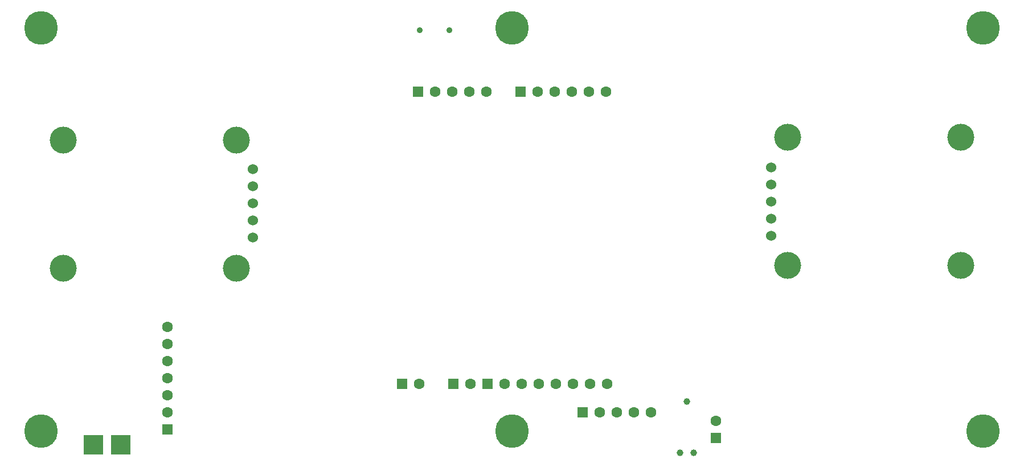
<source format=gbr>
%TF.GenerationSoftware,Altium Limited,Altium NEXUS,2.1.9 (83)*%
G04 Layer_Color=255*
%FSLAX44Y44*%
%MOMM*%
%TF.FileFunction,Pads,Bot*%
%TF.Part,Single*%
G01*
G75*
%TA.AperFunction,SMDPad,CuDef*%
%ADD35R,3.0000X3.0000*%
%TA.AperFunction,ComponentPad*%
%ADD44C,1.6000*%
%ADD45R,1.6000X1.6000*%
%ADD46C,4.0000*%
%ADD47C,1.5240*%
%ADD48R,1.6000X1.6000*%
%ADD49C,1.0000*%
%TA.AperFunction,WasherPad*%
%ADD50C,5.0000*%
%TA.AperFunction,ComponentPad*%
%ADD51C,0.9000*%
D35*
X168000Y30000D02*
D03*
X128000D02*
D03*
D44*
X956800Y78000D02*
D03*
X931400D02*
D03*
X906000D02*
D03*
X880600D02*
D03*
X889730Y555340D02*
D03*
X864330D02*
D03*
X838930D02*
D03*
X813530D02*
D03*
X788130D02*
D03*
X711930Y555000D02*
D03*
X686530D02*
D03*
X661130D02*
D03*
X635730D02*
D03*
X611600Y121000D02*
D03*
X738600D02*
D03*
X764000D02*
D03*
X789400D02*
D03*
X814800D02*
D03*
X840200D02*
D03*
X865600D02*
D03*
X891000D02*
D03*
X687802Y120998D02*
D03*
X238000Y78200D02*
D03*
Y103600D02*
D03*
Y129000D02*
D03*
Y154400D02*
D03*
Y179800D02*
D03*
Y205200D02*
D03*
X1053000Y65400D02*
D03*
D45*
X855200Y78000D02*
D03*
X762730Y555340D02*
D03*
X610330Y555000D02*
D03*
X586200Y121000D02*
D03*
X713200D02*
D03*
X662400D02*
D03*
D46*
X1416926Y297080D02*
D03*
Y487080D02*
D03*
X1159926D02*
D03*
Y297080D02*
D03*
X83074Y482920D02*
D03*
Y292920D02*
D03*
X340074D02*
D03*
Y482920D02*
D03*
D47*
X1134926Y340480D02*
D03*
Y365880D02*
D03*
Y391280D02*
D03*
Y416680D02*
D03*
Y442080D02*
D03*
X365074Y439520D02*
D03*
Y414120D02*
D03*
Y388720D02*
D03*
Y363320D02*
D03*
Y337920D02*
D03*
D48*
X238000Y52800D02*
D03*
X1053000Y40000D02*
D03*
D49*
X1019800Y18600D02*
D03*
X1009650Y94800D02*
D03*
X999500Y18600D02*
D03*
D50*
X750000Y650000D02*
D03*
Y50000D02*
D03*
X1450000Y650000D02*
D03*
Y50000D02*
D03*
X50000D02*
D03*
Y650000D02*
D03*
D51*
X656797Y646400D02*
D03*
X612798D02*
D03*
%TF.MD5,945e8c201cd1481e78e49fac04f4204f*%
M02*

</source>
